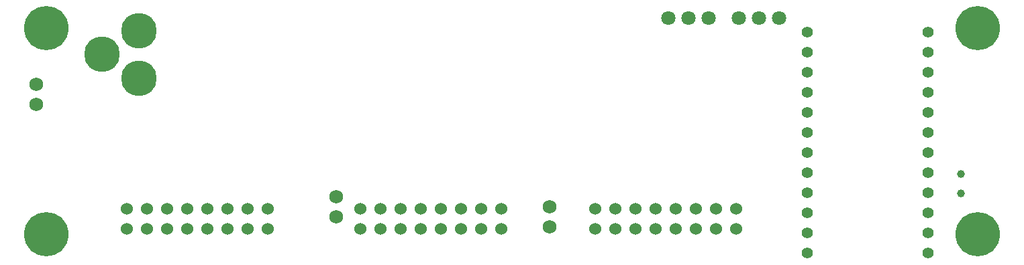
<source format=gbr>
%TF.GenerationSoftware,KiCad,Pcbnew,(6.0.10)*%
%TF.CreationDate,2023-01-12T16:12:03-05:00*%
%TF.ProjectId,power_mini_evolver,706f7765-725f-46d6-996e-695f65766f6c,rev?*%
%TF.SameCoordinates,Original*%
%TF.FileFunction,Soldermask,Bot*%
%TF.FilePolarity,Negative*%
%FSLAX46Y46*%
G04 Gerber Fmt 4.6, Leading zero omitted, Abs format (unit mm)*
G04 Created by KiCad (PCBNEW (6.0.10)) date 2023-01-12 16:12:03*
%MOMM*%
%LPD*%
G01*
G04 APERTURE LIST*
%ADD10C,4.500000*%
%ADD11C,1.000000*%
%ADD12C,1.800000*%
%ADD13C,5.600000*%
%ADD14C,1.750000*%
%ADD15C,1.397000*%
%ADD16C,1.524000*%
G04 APERTURE END LIST*
D10*
%TO.C,CON1*%
X100584000Y-88852000D03*
X100584000Y-82852000D03*
X95884000Y-85852000D03*
%TD*%
D11*
%TO.C,C15*%
X204292200Y-103459600D03*
X204292200Y-100959600D03*
%TD*%
D12*
%TO.C,JP1*%
X181356000Y-81280000D03*
X178816000Y-81280000D03*
X176276000Y-81280000D03*
%TD*%
D13*
%TO.C,H1*%
X88900000Y-108585000D03*
%TD*%
%TO.C,H2*%
X88900000Y-82550000D03*
%TD*%
%TO.C,H4*%
X206375000Y-108585000D03*
%TD*%
D14*
%TO.C,P6*%
X152400000Y-105156000D03*
X152400000Y-107696000D03*
%TD*%
D13*
%TO.C,H3*%
X206375000Y-82550000D03*
%TD*%
D15*
%TO.C,P1*%
X200152000Y-110998000D03*
X184912000Y-110998000D03*
X200152000Y-108458000D03*
X184912000Y-108458000D03*
X200152000Y-105918000D03*
X184912000Y-105918000D03*
X200152000Y-103378000D03*
X184912000Y-103378000D03*
X200152000Y-100838000D03*
X184912000Y-100838000D03*
X200152000Y-98298000D03*
X184912000Y-98298000D03*
X200152000Y-95758000D03*
X184912000Y-95758000D03*
X200152000Y-93218000D03*
X184912000Y-93218000D03*
X200152000Y-90678000D03*
X184912000Y-90678000D03*
X200152000Y-88138000D03*
X184912000Y-88138000D03*
X200152000Y-85598000D03*
X184912000Y-85598000D03*
X200152000Y-83058000D03*
X184912000Y-83058000D03*
%TD*%
D14*
%TO.C,P5*%
X125476000Y-103886000D03*
X125476000Y-106426000D03*
%TD*%
D12*
%TO.C,JP2*%
X172466000Y-81280000D03*
X169926000Y-81280000D03*
X167386000Y-81280000D03*
%TD*%
D14*
%TO.C,P7*%
X87579200Y-89611200D03*
X87579200Y-92151200D03*
%TD*%
D16*
%TO.C,P2*%
X146304000Y-107950000D03*
X146304000Y-105410000D03*
X143764000Y-107950000D03*
X143764000Y-105410000D03*
X141224000Y-107950000D03*
X141224000Y-105410000D03*
X138684000Y-107950000D03*
X138684000Y-105410000D03*
X136144000Y-107950000D03*
X136144000Y-105410000D03*
X133604000Y-107950000D03*
X133604000Y-105410000D03*
X131064000Y-107950000D03*
X131064000Y-105410000D03*
X128524000Y-107950000D03*
X128524000Y-105410000D03*
%TD*%
%TO.C,P3*%
X175895000Y-107950000D03*
X175895000Y-105410000D03*
X173355000Y-107950000D03*
X173355000Y-105410000D03*
X170815000Y-107950000D03*
X170815000Y-105410000D03*
X168275000Y-107950000D03*
X168275000Y-105410000D03*
X165735000Y-107950000D03*
X165735000Y-105410000D03*
X163195000Y-107950000D03*
X163195000Y-105410000D03*
X160655000Y-107950000D03*
X160655000Y-105410000D03*
X158115000Y-107950000D03*
X158115000Y-105410000D03*
%TD*%
%TO.C,P4*%
X116840000Y-107950000D03*
X116840000Y-105410000D03*
X114300000Y-107950000D03*
X114300000Y-105410000D03*
X111760000Y-107950000D03*
X111760000Y-105410000D03*
X109220000Y-107950000D03*
X109220000Y-105410000D03*
X106680000Y-107950000D03*
X106680000Y-105410000D03*
X104140000Y-107950000D03*
X104140000Y-105410000D03*
X101600000Y-107950000D03*
X101600000Y-105410000D03*
X99060000Y-107950000D03*
X99060000Y-105410000D03*
%TD*%
M02*

</source>
